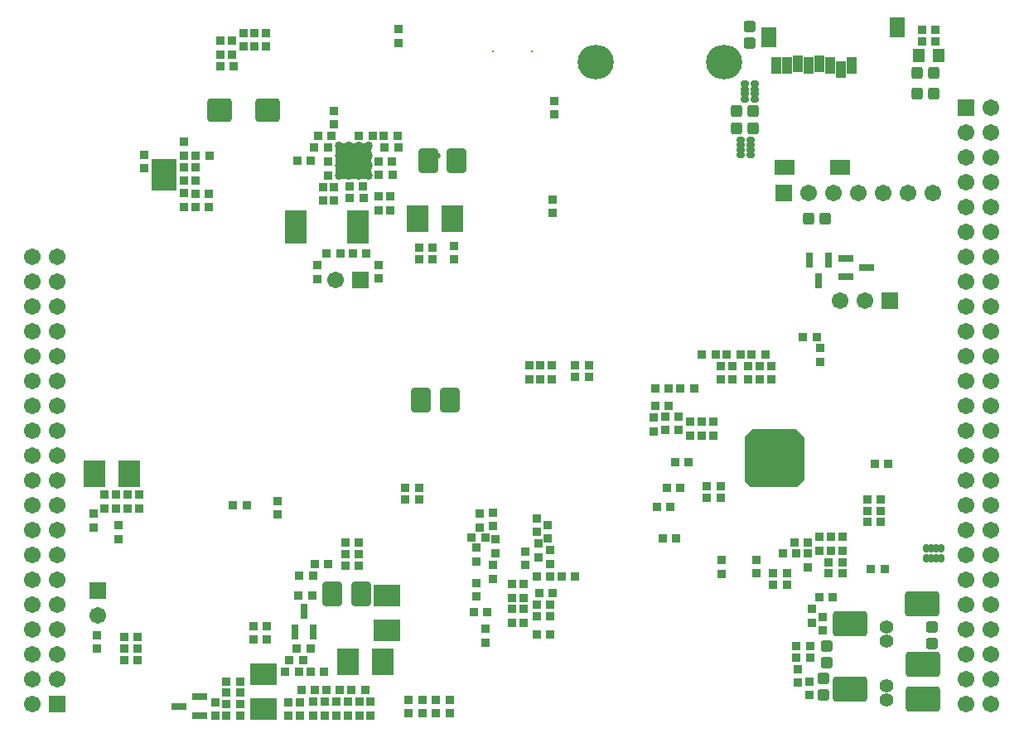
<source format=gbs>
G04 Layer_Color=16711935*
%FSLAX24Y24*%
%MOIN*%
G70*
G01*
G75*
%ADD125R,0.0591X0.0305*%
%ADD126R,0.0591X0.0290*%
%ADD127R,0.0305X0.0591*%
%ADD128R,0.0290X0.0591*%
G04:AMPARAMS|DCode=133|XSize=98.6mil|YSize=78.9mil|CornerRadius=12.9mil|HoleSize=0mil|Usage=FLASHONLY|Rotation=270.000|XOffset=0mil|YOffset=0mil|HoleType=Round|Shape=RoundedRectangle|*
%AMROUNDEDRECTD133*
21,1,0.0986,0.0532,0,0,270.0*
21,1,0.0728,0.0789,0,0,270.0*
1,1,0.0257,-0.0266,-0.0364*
1,1,0.0257,-0.0266,0.0364*
1,1,0.0257,0.0266,0.0364*
1,1,0.0257,0.0266,-0.0364*
%
%ADD133ROUNDEDRECTD133*%
%ADD134R,0.0380X0.0380*%
%ADD135R,0.0380X0.0380*%
G04:AMPARAMS|DCode=137|XSize=47.4mil|YSize=43.4mil|CornerRadius=8.4mil|HoleSize=0mil|Usage=FLASHONLY|Rotation=180.000|XOffset=0mil|YOffset=0mil|HoleType=Round|Shape=RoundedRectangle|*
%AMROUNDEDRECTD137*
21,1,0.0474,0.0266,0,0,180.0*
21,1,0.0305,0.0434,0,0,180.0*
1,1,0.0169,-0.0153,0.0133*
1,1,0.0169,0.0153,0.0133*
1,1,0.0169,0.0153,-0.0133*
1,1,0.0169,-0.0153,-0.0133*
%
%ADD137ROUNDEDRECTD137*%
%ADD138R,0.1064X0.0867*%
G04:AMPARAMS|DCode=139|XSize=31.6mil|YSize=23.7mil|CornerRadius=6mil|HoleSize=0mil|Usage=FLASHONLY|Rotation=90.000|XOffset=0mil|YOffset=0mil|HoleType=Round|Shape=RoundedRectangle|*
%AMROUNDEDRECTD139*
21,1,0.0316,0.0118,0,0,90.0*
21,1,0.0197,0.0237,0,0,90.0*
1,1,0.0119,0.0059,0.0098*
1,1,0.0119,0.0059,-0.0098*
1,1,0.0119,-0.0059,-0.0098*
1,1,0.0119,-0.0059,0.0098*
%
%ADD139ROUNDEDRECTD139*%
G04:AMPARAMS|DCode=140|XSize=31.6mil|YSize=19.8mil|CornerRadius=5.5mil|HoleSize=0mil|Usage=FLASHONLY|Rotation=90.000|XOffset=0mil|YOffset=0mil|HoleType=Round|Shape=RoundedRectangle|*
%AMROUNDEDRECTD140*
21,1,0.0316,0.0089,0,0,90.0*
21,1,0.0207,0.0198,0,0,90.0*
1,1,0.0110,0.0044,0.0103*
1,1,0.0110,0.0044,-0.0103*
1,1,0.0110,-0.0044,-0.0103*
1,1,0.0110,-0.0044,0.0103*
%
%ADD140ROUNDEDRECTD140*%
G04:AMPARAMS|DCode=141|XSize=31.6mil|YSize=23.7mil|CornerRadius=6mil|HoleSize=0mil|Usage=FLASHONLY|Rotation=180.000|XOffset=0mil|YOffset=0mil|HoleType=Round|Shape=RoundedRectangle|*
%AMROUNDEDRECTD141*
21,1,0.0316,0.0118,0,0,180.0*
21,1,0.0197,0.0237,0,0,180.0*
1,1,0.0119,-0.0098,0.0059*
1,1,0.0119,0.0098,0.0059*
1,1,0.0119,0.0098,-0.0059*
1,1,0.0119,-0.0098,-0.0059*
%
%ADD141ROUNDEDRECTD141*%
G04:AMPARAMS|DCode=142|XSize=31.6mil|YSize=19.8mil|CornerRadius=5.5mil|HoleSize=0mil|Usage=FLASHONLY|Rotation=180.000|XOffset=0mil|YOffset=0mil|HoleType=Round|Shape=RoundedRectangle|*
%AMROUNDEDRECTD142*
21,1,0.0316,0.0089,0,0,180.0*
21,1,0.0207,0.0198,0,0,180.0*
1,1,0.0110,-0.0103,0.0044*
1,1,0.0110,0.0103,0.0044*
1,1,0.0110,0.0103,-0.0044*
1,1,0.0110,-0.0103,-0.0044*
%
%ADD142ROUNDEDRECTD142*%
G04:AMPARAMS|DCode=146|XSize=47.4mil|YSize=43.4mil|CornerRadius=8.4mil|HoleSize=0mil|Usage=FLASHONLY|Rotation=90.000|XOffset=0mil|YOffset=0mil|HoleType=Round|Shape=RoundedRectangle|*
%AMROUNDEDRECTD146*
21,1,0.0474,0.0266,0,0,90.0*
21,1,0.0305,0.0434,0,0,90.0*
1,1,0.0169,0.0133,0.0153*
1,1,0.0169,0.0133,-0.0153*
1,1,0.0169,-0.0133,-0.0153*
1,1,0.0169,-0.0133,0.0153*
%
%ADD146ROUNDEDRECTD146*%
%ADD147R,0.0480X0.0580*%
G04:AMPARAMS|DCode=162|XSize=102.5mil|YSize=141.9mil|CornerRadius=15.8mil|HoleSize=0mil|Usage=FLASHONLY|Rotation=90.000|XOffset=0mil|YOffset=0mil|HoleType=Round|Shape=RoundedRectangle|*
%AMROUNDEDRECTD162*
21,1,0.1025,0.1102,0,0,90.0*
21,1,0.0709,0.1419,0,0,90.0*
1,1,0.0316,0.0551,0.0354*
1,1,0.0316,0.0551,-0.0354*
1,1,0.0316,-0.0551,-0.0354*
1,1,0.0316,-0.0551,0.0354*
%
%ADD162ROUNDEDRECTD162*%
%ADD171R,0.0867X0.1064*%
%ADD175R,0.0789X0.0631*%
%ADD176R,0.0631X0.0828*%
%ADD177R,0.0395X0.0671*%
%ADD185R,0.0316X0.0592*%
%ADD194O,0.1458X0.1379*%
%ADD195C,0.0671*%
%ADD196R,0.0671X0.0671*%
%ADD197R,0.0671X0.0671*%
%ADD198C,0.0552*%
%ADD199C,0.0080*%
%ADD200R,0.1025X0.1300*%
%ADD201C,0.0260*%
%ADD202C,0.0340*%
%ADD203R,0.0592X0.0316*%
%ADD204R,0.0880X0.1330*%
G04:AMPARAMS|DCode=205|XSize=100.5mil|YSize=96.6mil|CornerRadius=15.1mil|HoleSize=0mil|Usage=FLASHONLY|Rotation=0.000|XOffset=0mil|YOffset=0mil|HoleType=Round|Shape=RoundedRectangle|*
%AMROUNDEDRECTD205*
21,1,0.1005,0.0664,0,0,0.0*
21,1,0.0704,0.0966,0,0,0.0*
1,1,0.0301,0.0352,-0.0332*
1,1,0.0301,-0.0352,-0.0332*
1,1,0.0301,-0.0352,0.0332*
1,1,0.0301,0.0352,0.0332*
%
%ADD205ROUNDEDRECTD205*%
G36*
X31450Y11790D02*
Y10100D01*
X31140Y9790D01*
X29290D01*
X29040Y10040D01*
Y11820D01*
X29360Y12140D01*
X31100D01*
X31450Y11790D01*
D02*
G37*
G36*
X14010Y23650D02*
Y22200D01*
X12590D01*
Y23650D01*
X14010D01*
X14010D01*
D02*
G37*
D125*
X36635Y7328D02*
D03*
D126*
X36645Y6935D02*
D03*
D127*
X28882Y23455D02*
D03*
X29052Y25715D02*
D03*
D128*
X29275Y23465D02*
D03*
X29445Y25725D02*
D03*
D133*
X16309Y22920D02*
D03*
X17451D02*
D03*
X16029Y13290D02*
D03*
X17171D02*
D03*
X12459Y5510D02*
D03*
X13601D02*
D03*
D134*
X21680Y6200D02*
D03*
X22230D02*
D03*
X15950Y9313D02*
D03*
X15400D02*
D03*
X15950Y9773D02*
D03*
X15400D02*
D03*
X4070Y3760D02*
D03*
X4620D02*
D03*
X13520Y7560D02*
D03*
X12970D02*
D03*
Y7100D02*
D03*
X13520D02*
D03*
X13530Y6640D02*
D03*
X12980D02*
D03*
X8750Y1060D02*
D03*
X8200D02*
D03*
Y600D02*
D03*
X8750D02*
D03*
X8200Y1520D02*
D03*
X8750D02*
D03*
X8200Y1980D02*
D03*
X8750D02*
D03*
X11640Y5440D02*
D03*
X11090D02*
D03*
X10560Y2360D02*
D03*
X11110D02*
D03*
X12120D02*
D03*
X11570D02*
D03*
Y3310D02*
D03*
X11020D02*
D03*
X11270Y2820D02*
D03*
X10720D02*
D03*
X9010Y9080D02*
D03*
X8460D02*
D03*
X13220Y1620D02*
D03*
X13770D02*
D03*
X11760D02*
D03*
X11210D02*
D03*
X12760D02*
D03*
X12210D02*
D03*
X9280Y4200D02*
D03*
X9830D02*
D03*
X9280Y3680D02*
D03*
X9830D02*
D03*
X4070Y2830D02*
D03*
X4620D02*
D03*
X4070Y3290D02*
D03*
X4620D02*
D03*
X36170Y27740D02*
D03*
X36720D02*
D03*
Y28200D02*
D03*
X36170D02*
D03*
X6940Y21610D02*
D03*
X7490D02*
D03*
X34670Y6490D02*
D03*
X34120D02*
D03*
X34520Y8390D02*
D03*
X33970D02*
D03*
X32970Y6780D02*
D03*
X32420D02*
D03*
X32970Y6320D02*
D03*
X32420D02*
D03*
X32040Y5360D02*
D03*
X32590D02*
D03*
X31590Y7580D02*
D03*
X31040D02*
D03*
X31130Y7120D02*
D03*
X30580D02*
D03*
X34270Y10740D02*
D03*
X34820D02*
D03*
X31940Y15850D02*
D03*
X31390D02*
D03*
X34520Y8850D02*
D03*
X33970D02*
D03*
X25850Y12620D02*
D03*
X26400D02*
D03*
X26800Y10800D02*
D03*
X26250D02*
D03*
X26060Y9010D02*
D03*
X25510D02*
D03*
X26460Y9780D02*
D03*
X25910D02*
D03*
X25742Y7752D02*
D03*
X26292D02*
D03*
X26460Y13780D02*
D03*
X27010D02*
D03*
X33971Y9306D02*
D03*
X34521D02*
D03*
X28330Y15130D02*
D03*
X28880D02*
D03*
X25990Y13780D02*
D03*
X25440D02*
D03*
Y13080D02*
D03*
X25990D02*
D03*
X26390Y12090D02*
D03*
X25840D02*
D03*
X27320Y15130D02*
D03*
X27870D02*
D03*
X21220Y3880D02*
D03*
X20670D02*
D03*
X21220Y4600D02*
D03*
X20670D02*
D03*
X20780Y5520D02*
D03*
X21330D02*
D03*
X21220Y6200D02*
D03*
X20670D02*
D03*
X18700Y4780D02*
D03*
X18150D02*
D03*
X18060Y7760D02*
D03*
X18610D02*
D03*
X21220Y5060D02*
D03*
X20670D02*
D03*
X28078Y9830D02*
D03*
X27528D02*
D03*
X28080Y9370D02*
D03*
X27530D02*
D03*
X22780Y14240D02*
D03*
X22230D02*
D03*
X22780Y14700D02*
D03*
X22230D02*
D03*
X29330Y15130D02*
D03*
X29880D02*
D03*
X14530Y23930D02*
D03*
X15080D02*
D03*
X14560Y23470D02*
D03*
X15110D02*
D03*
X14870Y22370D02*
D03*
X14320D02*
D03*
X13140Y21890D02*
D03*
X13690D02*
D03*
X13710Y21430D02*
D03*
X13160D02*
D03*
X12280Y23470D02*
D03*
X11730D02*
D03*
X11050Y22930D02*
D03*
X11600D02*
D03*
X11870Y23930D02*
D03*
X12420D02*
D03*
X13830Y19200D02*
D03*
X13280D02*
D03*
X14080Y23930D02*
D03*
X13530D02*
D03*
X14860Y22900D02*
D03*
X14310D02*
D03*
X12220Y19190D02*
D03*
X12770D02*
D03*
X15940Y19450D02*
D03*
X16490D02*
D03*
X15940Y18970D02*
D03*
X16490D02*
D03*
X6940Y21080D02*
D03*
X7490D02*
D03*
X7510Y23130D02*
D03*
X6960D02*
D03*
X8490Y26750D02*
D03*
X7940D02*
D03*
X31130Y3410D02*
D03*
X31680D02*
D03*
X31130Y2950D02*
D03*
X31680D02*
D03*
X30750Y6320D02*
D03*
X30200D02*
D03*
Y5860D02*
D03*
X30750D02*
D03*
X12300Y6700D02*
D03*
X11750D02*
D03*
X11120Y6230D02*
D03*
X11670D02*
D03*
D135*
X11850Y18180D02*
D03*
Y18730D02*
D03*
X17340Y19510D02*
D03*
Y18960D02*
D03*
X14320Y18750D02*
D03*
Y18200D02*
D03*
X15120Y27670D02*
D03*
Y28220D02*
D03*
X4680Y8940D02*
D03*
Y9490D02*
D03*
X3850Y8260D02*
D03*
Y7710D02*
D03*
X7740Y600D02*
D03*
Y1150D02*
D03*
X3300Y8940D02*
D03*
Y9490D02*
D03*
X4220Y8940D02*
D03*
Y9490D02*
D03*
X3760Y8940D02*
D03*
Y9490D02*
D03*
X2840Y8180D02*
D03*
Y8730D02*
D03*
X16076Y700D02*
D03*
Y1250D02*
D03*
X16622Y700D02*
D03*
Y1250D02*
D03*
X15530Y700D02*
D03*
Y1250D02*
D03*
X17168Y700D02*
D03*
Y1250D02*
D03*
X12620Y1160D02*
D03*
Y610D02*
D03*
X13540D02*
D03*
Y1160D02*
D03*
X13080Y610D02*
D03*
Y1160D02*
D03*
X14000Y610D02*
D03*
Y1160D02*
D03*
X10700Y600D02*
D03*
Y1150D02*
D03*
X10240Y9240D02*
D03*
Y8690D02*
D03*
X11700Y1160D02*
D03*
Y610D02*
D03*
X11160Y600D02*
D03*
Y1150D02*
D03*
X12160Y610D02*
D03*
Y1160D02*
D03*
X6480Y21080D02*
D03*
Y21630D02*
D03*
X31590Y7120D02*
D03*
Y6570D02*
D03*
X32050Y7790D02*
D03*
Y7240D02*
D03*
X32510Y7790D02*
D03*
Y7240D02*
D03*
X28080Y14120D02*
D03*
Y14670D02*
D03*
X30110Y14120D02*
D03*
Y14670D02*
D03*
X4880Y23180D02*
D03*
Y22630D02*
D03*
X28114Y6869D02*
D03*
Y6319D02*
D03*
X29530Y6332D02*
D03*
Y6882D02*
D03*
X32070Y14840D02*
D03*
Y15390D02*
D03*
X28540Y14670D02*
D03*
Y14120D02*
D03*
X20670Y8550D02*
D03*
Y8000D02*
D03*
X21220Y7260D02*
D03*
Y6710D02*
D03*
X20760Y7530D02*
D03*
Y6980D02*
D03*
X21130Y7720D02*
D03*
Y8270D02*
D03*
X20220Y6660D02*
D03*
Y7210D02*
D03*
X18620Y4100D02*
D03*
Y3550D02*
D03*
X18250Y5400D02*
D03*
Y5950D02*
D03*
X18920Y6110D02*
D03*
Y6660D02*
D03*
X18400Y8730D02*
D03*
Y8180D02*
D03*
X18910Y8220D02*
D03*
Y8770D02*
D03*
X20150Y4890D02*
D03*
Y4340D02*
D03*
Y5900D02*
D03*
Y5350D02*
D03*
X19690Y4892D02*
D03*
Y4342D02*
D03*
X19030Y7140D02*
D03*
Y7690D02*
D03*
X19690Y5350D02*
D03*
Y5900D02*
D03*
X26850Y12420D02*
D03*
Y11870D02*
D03*
X25380Y12590D02*
D03*
Y12040D02*
D03*
X27310Y12420D02*
D03*
Y11870D02*
D03*
X27770D02*
D03*
Y12420D02*
D03*
X21330Y21380D02*
D03*
Y20830D02*
D03*
X21290Y14700D02*
D03*
Y14150D02*
D03*
X20830Y14700D02*
D03*
Y14150D02*
D03*
X20370Y14700D02*
D03*
Y14150D02*
D03*
X29190Y14120D02*
D03*
Y14670D02*
D03*
X29650Y14120D02*
D03*
Y14670D02*
D03*
X32970Y7790D02*
D03*
Y7240D02*
D03*
X14320Y21500D02*
D03*
Y20950D02*
D03*
X14780Y21500D02*
D03*
Y20950D02*
D03*
X12530Y21330D02*
D03*
Y21880D02*
D03*
X12080Y21330D02*
D03*
Y21880D02*
D03*
X12270Y22350D02*
D03*
Y22900D02*
D03*
X12520Y24940D02*
D03*
Y24390D02*
D03*
X6500Y22120D02*
D03*
Y22670D02*
D03*
X6940Y22120D02*
D03*
Y22670D02*
D03*
X6500Y23690D02*
D03*
Y23140D02*
D03*
X9800Y27520D02*
D03*
Y28070D02*
D03*
X9330D02*
D03*
Y27520D02*
D03*
X8870D02*
D03*
Y28070D02*
D03*
X8410Y27210D02*
D03*
Y27760D02*
D03*
X7950D02*
D03*
Y27210D02*
D03*
X18250Y6810D02*
D03*
Y7360D02*
D03*
X31640Y1980D02*
D03*
Y1430D02*
D03*
X31740Y4350D02*
D03*
Y4900D02*
D03*
X31170Y1930D02*
D03*
Y2480D02*
D03*
X32200Y4580D02*
D03*
Y4030D02*
D03*
X21380Y24800D02*
D03*
Y25350D02*
D03*
X3000Y3300D02*
D03*
Y3850D02*
D03*
D137*
X32230Y2095D02*
D03*
Y1425D02*
D03*
X36580Y4165D02*
D03*
Y3495D02*
D03*
X32350Y2745D02*
D03*
Y3415D02*
D03*
X29250Y27675D02*
D03*
Y28345D02*
D03*
D138*
X14660Y5446D02*
D03*
Y4048D02*
D03*
X9700Y2256D02*
D03*
Y858D02*
D03*
D139*
X36335Y6933D02*
D03*
X36945D02*
D03*
Y7327D02*
D03*
X36335D02*
D03*
D140*
X36542Y6933D02*
D03*
X36738D02*
D03*
Y7327D02*
D03*
X36542D02*
D03*
D141*
X28883Y23155D02*
D03*
Y23765D02*
D03*
X29277D02*
D03*
Y23155D02*
D03*
X29053Y25415D02*
D03*
Y26025D02*
D03*
X29447D02*
D03*
Y25415D02*
D03*
D142*
X28883Y23362D02*
D03*
Y23558D02*
D03*
X29277D02*
D03*
Y23362D02*
D03*
X29053Y25622D02*
D03*
Y25818D02*
D03*
X29447D02*
D03*
Y25622D02*
D03*
D146*
X29385Y24240D02*
D03*
X28715D02*
D03*
X35985Y26480D02*
D03*
X36655D02*
D03*
X29385Y24940D02*
D03*
X28715D02*
D03*
X31625Y20610D02*
D03*
X32295D02*
D03*
X35985Y25640D02*
D03*
X36655D02*
D03*
D147*
X36050Y27160D02*
D03*
X36850D02*
D03*
D162*
X33293Y1661D02*
D03*
Y4299D02*
D03*
X36207Y2685D02*
D03*
X36200Y5087D02*
D03*
X36207Y1268D02*
D03*
D171*
X13074Y2770D02*
D03*
X14472D02*
D03*
X2884Y10340D02*
D03*
X4282D02*
D03*
X15874Y20610D02*
D03*
X17272D02*
D03*
D175*
X30647Y22658D02*
D03*
X32891D02*
D03*
D176*
X30017Y27895D02*
D03*
X35194Y28288D02*
D03*
D177*
X33360Y26773D02*
D03*
X32927Y26615D02*
D03*
X32494Y26773D02*
D03*
X32060Y26851D02*
D03*
X31627Y26773D02*
D03*
X31194Y26851D02*
D03*
X30761Y26773D02*
D03*
X30328D02*
D03*
D185*
X31656Y18943D02*
D03*
X32404D02*
D03*
X32030Y18117D02*
D03*
X11694Y3967D02*
D03*
X10946D02*
D03*
X11320Y4793D02*
D03*
D194*
X28227Y26910D02*
D03*
X23053D02*
D03*
D195*
X400Y19070D02*
D03*
X1400D02*
D03*
X400Y18070D02*
D03*
X1400D02*
D03*
X400Y17070D02*
D03*
X1400D02*
D03*
X400Y16070D02*
D03*
X1400D02*
D03*
X400Y15070D02*
D03*
X1400D02*
D03*
X400Y14070D02*
D03*
X1400D02*
D03*
X400Y13070D02*
D03*
X1400D02*
D03*
X400Y12070D02*
D03*
X1400D02*
D03*
X400Y11070D02*
D03*
X1400D02*
D03*
X400Y10070D02*
D03*
X1400D02*
D03*
X400Y9070D02*
D03*
X1400D02*
D03*
X400Y8070D02*
D03*
X1400D02*
D03*
X400Y7070D02*
D03*
X1400D02*
D03*
X400Y6070D02*
D03*
X1400D02*
D03*
X400Y5070D02*
D03*
X1400D02*
D03*
X400Y4070D02*
D03*
X1400D02*
D03*
X400Y3070D02*
D03*
X1400D02*
D03*
X400Y2070D02*
D03*
X1400D02*
D03*
X400Y1070D02*
D03*
X33890Y17290D02*
D03*
X32890D02*
D03*
X36610Y21650D02*
D03*
X35610D02*
D03*
X34610D02*
D03*
X33610D02*
D03*
X31610D02*
D03*
X32610D02*
D03*
X3010Y4620D02*
D03*
X12600Y18140D02*
D03*
X38960Y25060D02*
D03*
X37960Y24060D02*
D03*
X38960D02*
D03*
X37960Y23060D02*
D03*
X38960D02*
D03*
X37960Y22060D02*
D03*
X38960D02*
D03*
X37960Y21060D02*
D03*
X38960D02*
D03*
X37960Y20060D02*
D03*
X38960D02*
D03*
X37960Y19060D02*
D03*
X38960D02*
D03*
X37960Y18060D02*
D03*
X38960D02*
D03*
X37960Y17060D02*
D03*
X38960D02*
D03*
X37960Y16060D02*
D03*
X38960D02*
D03*
X37960Y15060D02*
D03*
X38960D02*
D03*
X37960Y14060D02*
D03*
X38960D02*
D03*
X37960Y13060D02*
D03*
X38960D02*
D03*
X37960Y12060D02*
D03*
X38960D02*
D03*
X37960Y11060D02*
D03*
X38960D02*
D03*
X37960Y10060D02*
D03*
X38960D02*
D03*
X37960Y9060D02*
D03*
X38960D02*
D03*
X37960Y8060D02*
D03*
X38960D02*
D03*
X37960Y7060D02*
D03*
X38960D02*
D03*
X37960Y6060D02*
D03*
X38960D02*
D03*
X37960Y5060D02*
D03*
X38960D02*
D03*
X37960Y4060D02*
D03*
X38960D02*
D03*
X37960Y3060D02*
D03*
X38960D02*
D03*
X37960Y2060D02*
D03*
X38960D02*
D03*
X37960Y1060D02*
D03*
X38960D02*
D03*
D196*
X1400Y1070D02*
D03*
X3010Y5620D02*
D03*
X37960Y25060D02*
D03*
D197*
X34890Y17290D02*
D03*
X30610Y21650D02*
D03*
X13600Y18140D02*
D03*
D198*
X34750Y1819D02*
D03*
Y4181D02*
D03*
X34760Y1239D02*
D03*
Y3601D02*
D03*
D199*
X18903Y27324D02*
D03*
X20477D02*
D03*
D200*
X5670Y22370D02*
D03*
D201*
X16570Y23000D02*
D03*
X16550Y23290D02*
D03*
X16700Y23140D02*
D03*
D202*
X13910Y22320D02*
D03*
X13510D02*
D03*
X12710D02*
D03*
Y23520D02*
D03*
X13110D02*
D03*
X13510D02*
D03*
X13910D02*
D03*
X12710Y23120D02*
D03*
X13110D02*
D03*
X13510D02*
D03*
X13910D02*
D03*
X12710Y22720D02*
D03*
X13110D02*
D03*
X13510D02*
D03*
X13910D02*
D03*
X13110Y22320D02*
D03*
D203*
X33117Y18256D02*
D03*
Y19004D02*
D03*
X33943Y18630D02*
D03*
X7123Y1354D02*
D03*
Y606D02*
D03*
X6297Y980D02*
D03*
D204*
X13490Y20270D02*
D03*
X10990D02*
D03*
D205*
X9855Y24980D02*
D03*
X7925D02*
D03*
M02*

</source>
